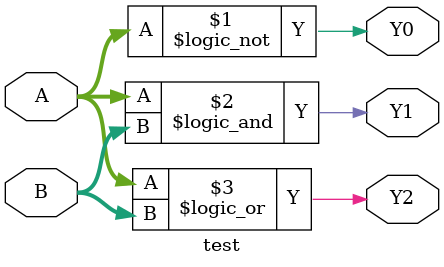
<source format=v>
module test(
    input wire [3:0]A,
    input wire [3:0]B,
    output wire Y0,
    output wire Y1,
    output wire Y2
);

assign Y0 = (!A);
assign Y1 = (A && B);
assign Y2 = (A || B);

endmodule
</source>
